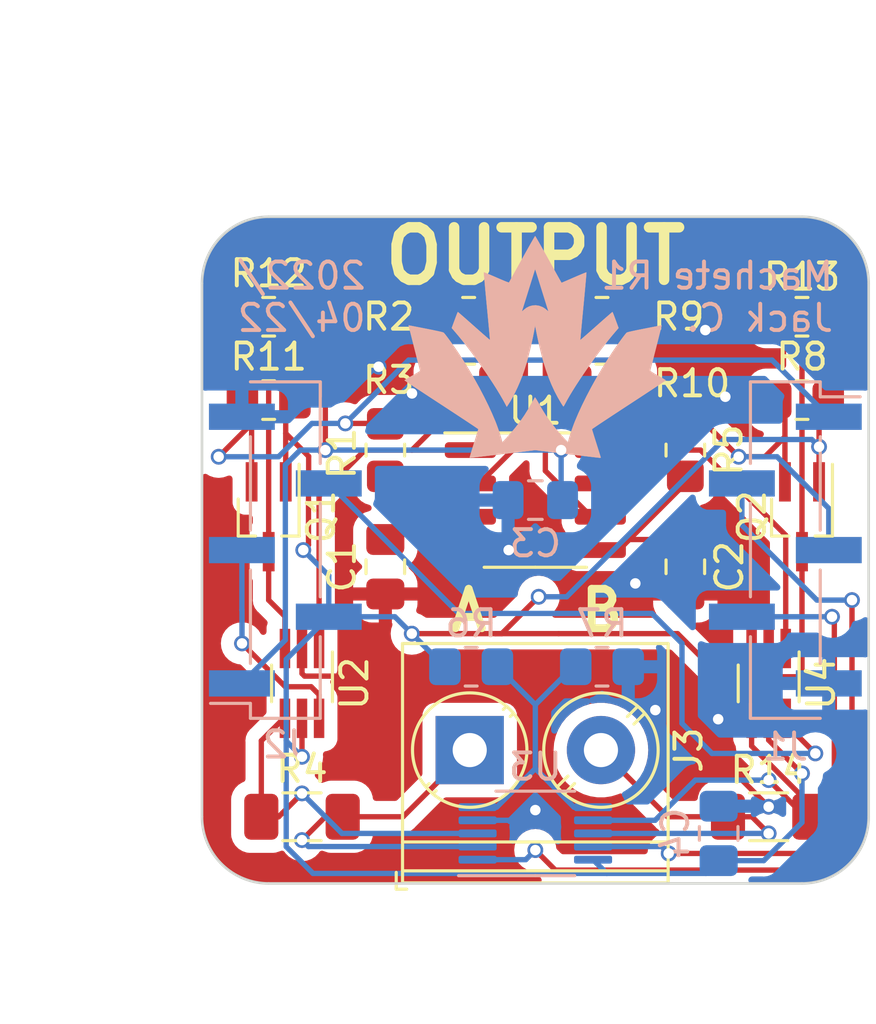
<source format=kicad_pcb>
(kicad_pcb (version 20221018) (generator pcbnew)
  (layers (0 "F.Cu" signal) (31 "B.Cu" signal) (34 "B.Paste" user) (35 "F.Paste" user) (36 "B.SilkS" user "B.Silkscreen") (37 "F.SilkS" user "F.Silkscreen") (38 "B.Mask" user) (39 "F.Mask" user) (44 "Edge.Cuts" user))
  (net 0 "")
  (net 1 "/A~{D}1")
  (net 2 "GND")
  (net 3 "/A~{D}2")
  (net 4 "/V1")
  (net 5 "/I1")
  (net 6 "/V2")
  (net 7 "/I2")
  (net 8 "+5V")
  (net 9 "+3V3")
  (net 10 "/OUT1D")
  (net 11 "/OUT2D")
  (net 12 "/OUT1")
  (net 13 "/OUT2")
  (net 14 "Net-(U1A--)")
  (net 15 "/I1+")
  (net 16 "/REF")
  (net 17 "Net-(U1B--)")
  (net 18 "/I2+")
  (net 19 "Net-(U1A-+)")
  (net 20 "Net-(U1B-+)")
  (net 21 "/OUT1A")
  (net 22 "/OUT2A")
  (footprint "Package_TO_SOT_SMD:SOT-363_SC-70-6_Handsoldering" (layer "F.Cu") (at 106.045 100.33 -90)
    (fp_text reference "U2" (at 0 -2 90) (layer "F.SilkS"))
    (fp_text value "SN74LVC1G3157")
    (pad "1" smd rect (at -1.33 -0.65 270) (size 1.5 0.4) (layers "F.Cu" "F.Paste" "F.Mask") (net 21 "/OUT1A"))
    (pad "2" smd rect (at -1.33 0 270) (size 1.5 0.4) (layers "F.Cu" "F.Paste" "F.Mask") (net 2 "GND"))
    (pad "3" smd rect (at -1.33 0.65 270) (size 1.5 0.4) (layers "F.Cu" "F.Paste" "F.Mask") (net 10 "/OUT1D"))
    (pad "4" smd rect (at 1.33 0.65 270) (size 1.5 0.4) (layers "F.Cu" "F.Paste" "F.Mask") (net 15 "/I1+"))
    (pad "5" smd rect (at 1.33 0 270) (size 1.5 0.4) (layers "F.Cu" "F.Paste" "F.Mask") (net 9 "+3V3"))
    (pad "6" smd rect (at 1.33 -0.65 270) (size 1.5 0.4) (layers "F.Cu" "F.Paste" "F.Mask") (net 1 "/A~{D}1"))
  )
  (footprint "Resistor_SMD:R_0805_2012Metric_Pad1.20x1.40mm_HandSolder" (layer "F.Cu") (at 112.395 88.9 180)
    (fp_text reference "R3" (at 3.048 0.127) (layer "F.SilkS"))
    (fp_text value "16.9k")
    (pad "1" smd roundrect (at -1 0 180) (size 1.2 1.4) (layers "F.Cu" "F.Paste" "F.Mask") (roundrect_rratio 0.208333) (net 14 "Net-(U1A--)"))
    (pad "2" smd roundrect (at 1 0 180) (size 1.2 1.4) (layers "F.Cu" "F.Paste" "F.Mask") (roundrect_rratio 0.208333) (net 21 "/OUT1A"))
  )
  (footprint "Package_TO_SOT_SMD:SOT-323_SC-70_Handsoldering" (layer "F.Cu") (at 125.095 93.98 -90)
    (fp_text reference "Q2" (at 0 1.905 90) (layer "F.SilkS"))
    (fp_text value "BSS138")
    (pad "1" smd rect (at -1.33 -0.65 180) (size 0.45 1.5) (layers "F.Cu" "F.Paste" "F.Mask") (net 9 "+3V3"))
    (pad "2" smd rect (at -1.33 0.65 180) (size 0.45 1.5) (layers "F.Cu" "F.Paste" "F.Mask") (net 6 "/V2"))
    (pad "3" smd rect (at 1.33 0 180) (size 0.45 1.5) (layers "F.Cu" "F.Paste" "F.Mask") (net 11 "/OUT2D"))
  )
  (footprint "Resistor_SMD:R_0805_2012Metric_Pad1.20x1.40mm_HandSolder" (layer "F.Cu") (at 104.775 89.535)
    (fp_text reference "R11" (at 0 -1.65) (layer "F.SilkS"))
    (fp_text value "10k")
    (pad "1" smd roundrect (at -1 0) (size 1.2 1.4) (layers "F.Cu" "F.Paste" "F.Mask") (roundrect_rratio 0.208333) (net 4 "/V1"))
    (pad "2" smd roundrect (at 1 0) (size 1.2 1.4) (layers "F.Cu" "F.Paste" "F.Mask") (roundrect_rratio 0.208333) (net 9 "+3V3"))
  )
  (footprint "Resistor_SMD:R_0805_2012Metric_Pad1.20x1.40mm_HandSolder" (layer "F.Cu") (at 109.22 91.44 -90)
    (fp_text reference "R1" (at 0.127 1.651 90) (layer "F.SilkS"))
    (fp_text value "5k")
    (pad "1" smd roundrect (at -1 0 270) (size 1.2 1.4) (layers "F.Cu" "F.Paste" "F.Mask") (roundrect_rratio 0.208333) (net 4 "/V1"))
    (pad "2" smd roundrect (at 1 0 270) (size 1.2 1.4) (layers "F.Cu" "F.Paste" "F.Mask") (roundrect_rratio 0.208333) (net 19 "Net-(U1A-+)"))
  )
  (footprint "Resistor_SMD:R_0805_2012Metric_Pad1.20x1.40mm_HandSolder" (layer "F.Cu") (at 117.475 88.9)
    (fp_text reference "R10" (at 3.429 0) (layer "F.SilkS"))
    (fp_text value "16.9k")
    (pad "1" smd roundrect (at -1 0) (size 1.2 1.4) (layers "F.Cu" "F.Paste" "F.Mask") (roundrect_rratio 0.208333) (net 17 "Net-(U1B--)"))
    (pad "2" smd roundrect (at 1 0) (size 1.2 1.4) (layers "F.Cu" "F.Paste" "F.Mask") (roundrect_rratio 0.208333) (net 22 "/OUT2A"))
  )
  (footprint "Package_SO:SOIC-8_3.9x4.9mm_P1.27mm" (layer "F.Cu") (at 114.935 93.345)
    (fp_text reference "U1" (at 0 -3.4) (layer "F.SilkS"))
    (fp_text value "OPA2990")
    (pad "1" smd roundrect (at -2.475 -1.905) (size 1.95 0.6) (layers "F.Cu" "F.Paste" "F.Mask") (net 21 "/OUT1A"))
    (pad "2" smd roundrect (at -2.475 -0.635) (size 1.95 0.6) (layers "F.Cu" "F.Paste" "F.Mask") (net 14 "Net-(U1A--)"))
    (pad "3" smd roundrect (at -2.475 0.635) (size 1.95 0.6) (layers "F.Cu" "F.Paste" "F.Mask") (net 19 "Net-(U1A-+)"))
    (pad "4" smd roundrect (at -2.475 1.905) (size 1.95 0.6) (layers "F.Cu" "F.Paste" "F.Mask") (net 2 "GND"))
    (pad "5" smd roundrect (at 2.475 1.905) (size 1.95 0.6) (layers "F.Cu" "F.Paste" "F.Mask") (net 20 "Net-(U1B-+)"))
    (pad "6" smd roundrect (at 2.475 0.635) (size 1.95 0.6) (layers "F.Cu" "F.Paste" "F.Mask") (net 17 "Net-(U1B--)"))
    (pad "7" smd roundrect (at 2.475 -0.635) (size 1.95 0.6) (layers "F.Cu" "F.Paste" "F.Mask") (net 22 "/OUT2A"))
    (pad "8" smd roundrect (at 2.475 -1.905) (size 1.95 0.6) (layers "F.Cu" "F.Paste" "F.Mask") (net 8 "+5V"))
  )
  (footprint "Package_TO_SOT_SMD:SOT-363_SC-70-6_Handsoldering" (layer "F.Cu") (at 123.825 100.33 -90)
    (fp_text reference "U4" (at 0 -2 90) (layer "F.SilkS"))
    (fp_text value "SN74LVC1G3157")
    (pad "1" smd rect (at -1.33 -0.65 270) (size 1.5 0.4) (layers "F.Cu" "F.Paste" "F.Mask") (net 22 "/OUT2A"))
    (pad "2" smd rect (at -1.33 0 270) (size 1.5 0.4) (layers "F.Cu" "F.Paste" "F.Mask") (net 2 "GND"))
    (pad "3" smd rect (at -1.33 0.65 270) (size 1.5 0.4) (layers "F.Cu" "F.Paste" "F.Mask") (net 11 "/OUT2D"))
    (pad "4" smd rect (at 1.33 0.65 270) (size 1.5 0.4) (layers "F.Cu" "F.Paste" "F.Mask") (net 18 "/I2+"))
    (pad "5" smd rect (at 1.33 0 270) (size 1.5 0.4) (layers "F.Cu" "F.Paste" "F.Mask") (net 9 "+3V3"))
    (pad "6" smd rect (at 1.33 -0.65 270) (size 1.5 0.4) (layers "F.Cu" "F.Paste" "F.Mask") (net 3 "/A~{D}2"))
  )
  (footprint "Resistor_SMD:R_0805_2012Metric_Pad1.20x1.40mm_HandSolder" (layer "F.Cu") (at 112.395 86.36)
    (fp_text reference "R2" (at -3.048 0) (layer "F.SilkS"))
    (fp_text value "32.4k")
    (pad "1" smd roundrect (at -1 0) (size 1.2 1.4) (layers "F.Cu" "F.Paste" "F.Mask") (roundrect_rratio 0.208333) (net 2 "GND"))
    (pad "2" smd roundrect (at 1 0) (size 1.2 1.4) (layers "F.Cu" "F.Paste" "F.Mask") (roundrect_rratio 0.208333) (net 14 "Net-(U1A--)"))
  )
  (footprint "Package_TO_SOT_SMD:SOT-323_SC-70_Handsoldering" (layer "F.Cu") (at 104.775 93.98 -90)
    (fp_text reference "Q1" (at 0 -2 90) (layer "F.SilkS"))
    (fp_text value "BSS138")
    (pad "1" smd rect (at -1.33 -0.65 180) (size 0.45 1.5) (layers "F.Cu" "F.Paste" "F.Mask") (net 9 "+3V3"))
    (pad "2" smd rect (at -1.33 0.65 180) (size 0.45 1.5) (layers "F.Cu" "F.Paste" "F.Mask") (net 4 "/V1"))
    (pad "3" smd rect (at 1.33 0 180) (size 0.45 1.5) (layers "F.Cu" "F.Paste" "F.Mask") (net 10 "/OUT1D"))
  )
  (footprint "Resistor_SMD:R_0805_2012Metric_Pad1.20x1.40mm_HandSolder" (layer "F.Cu") (at 120.65 91.44 -90)
    (fp_text reference "R5" (at 0 -1.65 90) (layer "F.SilkS"))
    (fp_text value "5k")
    (pad "1" smd roundrect (at -1 0 270) (size 1.2 1.4) (layers "F.Cu" "F.Paste" "F.Mask") (roundrect_rratio 0.208333) (net 6 "/V2"))
    (pad "2" smd roundrect (at 1 0 270) (size 1.2 1.4) (layers "F.Cu" "F.Paste" "F.Mask") (roundrect_rratio 0.208333) (net 20 "Net-(U1B-+)"))
  )
  (footprint "Capacitor_SMD:C_0805_2012Metric_Pad1.18x1.45mm_HandSolder" (layer "F.Cu") (at 120.65 95.885 -90)
    (fp_text reference "C2" (at 0 -1.68 90) (layer "F.SilkS"))
    (fp_text value "330n")
    (pad "1" smd roundrect (at -1.0375 0 270) (size 1.175 1.45) (layers "F.Cu" "F.Paste" "F.Mask") (roundrect_rratio 0.212766) (net 20 "Net-(U1B-+)"))
    (pad "2" smd roundrect (at 1.0375 0 270) (size 1.175 1.45) (layers "F.Cu" "F.Paste" "F.Mask") (roundrect_rratio 0.212766) (net 2 "GND"))
  )
  (footprint "Resistor_SMD:R_0805_2012Metric_Pad1.20x1.40mm_HandSolder" (layer "F.Cu") (at 104.775 86.36)
    (fp_text reference "R12" (at 0 -1.65) (layer "F.SilkS"))
    (fp_text value "10k")
    (pad "1" smd roundrect (at -1 0) (size 1.2 1.4) (layers "F.Cu" "F.Paste" "F.Mask") (roundrect_rratio 0.208333) (net 10 "/OUT1D"))
    (pad "2" smd roundrect (at 1 0) (size 1.2 1.4) (layers "F.Cu" "F.Paste" "F.Mask") (roundrect_rratio 0.208333) (net 8 "+5V"))
  )
  (footprint "Resistor_SMD:R_0805_2012Metric_Pad1.20x1.40mm_HandSolder" (layer "F.Cu") (at 125.095 86.36 180)
    (fp_text reference "R13" (at 0 1.524) (layer "F.SilkS"))
    (fp_text value "10k")
    (pad "1" smd roundrect (at -1 0 180) (size 1.2 1.4) (layers "F.Cu" "F.Paste" "F.Mask") (roundrect_rratio 0.208333) (net 11 "/OUT2D"))
    (pad "2" smd roundrect (at 1 0 180) (size 1.2 1.4) (layers "F.Cu" "F.Paste" "F.Mask") (roundrect_rratio 0.208333) (net 8 "+5V"))
  )
  (footprint "Resistor_SMD:R_0805_2012Metric_Pad1.20x1.40mm_HandSolder" (layer "F.Cu") (at 125.095 89.535)
    (fp_text reference "R8" (at 0 -1.65) (layer "F.SilkS"))
    (fp_text value "10k")
    (pad "1" smd roundrect (at -1 0) (size 1.2 1.4) (layers "F.Cu" "F.Paste" "F.Mask") (roundrect_rratio 0.208333) (net 6 "/V2"))
    (pad "2" smd roundrect (at 1 0) (size 1.2 1.4) (layers "F.Cu" "F.Paste" "F.Mask") (roundrect_rratio 0.208333) (net 9 "+3V3"))
  )
  (footprint "Resistor_SMD:R_0805_2012Metric_Pad1.20x1.40mm_HandSolder" (layer "F.Cu") (at 117.475 86.36 180)
    (fp_text reference "R9" (at -2.921 0) (layer "F.SilkS"))
    (fp_text value "32.4k")
    (pad "1" smd roundrect (at -1 0 180) (size 1.2 1.4) (layers "F.Cu" "F.Paste" "F.Mask") (roundrect_rratio 0.208333) (net 2 "GND"))
    (pad "2" smd roundrect (at 1 0 180) (size 1.2 1.4) (layers "F.Cu" "F.Paste" "F.Mask") (roundrect_rratio 0.208333) (net 17 "Net-(U1B--)"))
  )
  (footprint "Capacitor_SMD:C_0805_2012Metric_Pad1.18x1.45mm_HandSolder" (layer "F.Cu") (at 109.22 95.885 -90)
    (fp_text reference "C1" (at 0 1.651 90) (layer "F.SilkS"))
    (fp_text value "330n")
    (pad "1" smd roundrect (at -1.0375 0 270) (size 1.175 1.45) (layers "F.Cu" "F.Paste" "F.Mask") (roundrect_rratio 0.212766) (net 19 "Net-(U1A-+)"))
    (pad "2" smd roundrect (at 1.0375 0 270) (size 1.175 1.45) (layers "F.Cu" "F.Paste" "F.Mask") (roundrect_rratio 0.212766) (net 2 "GND"))
  )
  (footprint "Resistor_SMD:R_1206_3216Metric_Pad1.30x1.75mm_HandSolder" (layer "F.Cu") (at 106.045 105.41)
    (fp_text reference "R4" (at 0 -1.82) (layer "F.SilkS"))
    (fp_text value "20mR")
    (pad "1" smd roundrect (at -1.55 0) (size 1.3 1.75) (layers "F.Cu" "F.Paste" "F.Mask") (roundrect_rratio 0.192308) (net 15 "/I1+"))
    (pad "2" smd roundrect (at 1.55 0) (size 1.3 1.75) (layers "F.Cu" "F.Paste" "F.Mask") (roundrect_rratio 0.192308) (net 12 "/OUT1"))
  )
  (footprint "Resistor_SMD:R_1206_3216Metric_Pad1.30x1.75mm_HandSolder" (layer "F.Cu") (at 123.825 105.41 180)
    (fp_text reference "R14" (at 0 1.778) (layer "F.SilkS"))
    (fp_text value "20mR")
    (pad "1" smd roundrect (at -1.55 0 180) (size 1.3 1.75) (layers "F.Cu" "F.Paste" "F.Mask") (roundrect_rratio 0.192308) (net 18 "/I2+"))
    (pad "2" smd roundrect (at 1.55 0 180) (size 1.3 1.75) (layers "F.Cu" "F.Paste" "F.Mask") (roundrect_rratio 0.192308) (net 13 "/OUT2"))
  )
  (footprint "TerminalBlock_Phoenix:TerminalBlock_Phoenix_PT-1,5-2-5.0-H_1x02_P5.00mm_Horizontal" (layer "F.Cu") (at 112.435 102.87)
    (fp_text reference "J3" (at 8.342 0 90) (layer "F.SilkS"))
    (fp_text value "Output")
    (pad "1" thru_hole rect (at 0 0) (size 2.6 2.6) (drill 1.3) (layers "*.Cu" "*.Mask") (net 12 "/OUT1"))
    (pad "2" thru_hole circle (at 5 0) (size 2.6 2.6) (drill 1.3) (layers "*.Cu" "*.Mask") (net 13 "/OUT2"))
  )
  (footprint "Capacitor_SMD:C_0805_2012Metric_Pad1.18x1.45mm_HandSolder" (layer "B.Cu") (at 121.92 106.045 90)
    (fp_text reference "C4" (at 0 -1.651 90) (layer "B.SilkS") (effects (justify mirror)))
    (fp_text value "100n")
    (pad "1" smd roundrect (at -1.0375 0 90) (size 1.175 1.45) (layers "B.Cu" "B.Paste" "B.Mask") (roundrect_rratio 0.212766) (net 9 "+3V3"))
    (pad "2" smd roundrect (at 1.0375 0 90) (size 1.175 1.45) (layers "B.Cu" "B.Paste" "B.Mask") (roundrect_rratio 0.212766) (net 2 "GND"))
  )
  (footprint "Resistor_SMD:R_0805_2012Metric_Pad1.20x1.40mm_HandSolder" (layer "B.Cu") (at 112.49 99.695 180)
    (fp_text reference "R6" (at 0 1.65) (layer "B.SilkS") (effects (justify mirror)))
    (fp_text value "10k 1%")
    (pad "1" smd roundrect (at -1 0 180) (size 1.2 1.4) (layers "B.Cu" "B.Paste" "B.Mask") (roundrect_rratio 0.208333) (net 16 "/REF"))
    (pad "2" smd roundrect (at 1 0 180) (size 1.2 1.4) (layers "B.Cu" "B.Paste" "B.Mask") (roundrect_rratio 0.208333) (net 9 "+3V3"))
  )
  (footprint "Resistor_SMD:R_0805_2012Metric_Pad1.20x1.40mm_HandSolder" (layer "B.Cu") (at 117.475 99.695)
    (fp_text reference "R7" (at 0 -1.651) (layer "B.SilkS") (effects (justify mirror)))
    (fp_text value "10k 1%")
    (pad "1" smd roundrect (at -1 0) (size 1.2 1.4) (layers "B.Cu" "B.Paste" "B.Mask") (roundrect_rratio 0.208333) (net 16 "/REF"))
    (pad "2" smd roundrect (at 1 0) (size 1.2 1.4) (layers "B.Cu" "B.Paste" "B.Mask") (roundrect_rratio 0.208333) (net 2 "GND"))
  )
  (footprint "Connector_PinHeader_2.54mm:PinHeader_1x05_P2.54mm_Vertical_SMD_Pin1Left" (layer "B.Cu") (at 124.46 95.25 180)
    (fp_text reference "J1" (at 0 -7.493) (layer "B.SilkS") (effects (justify mirror)))
    (fp_text value "PPS IO")
    (pad "1" smd rect (at -1.655 5.08 180) (size 2.51 1) (layers "B.Cu" "B.Paste" "B.Mask") (net 4 "/V1"))
    (pad "2" smd rect (at 1.655 2.54 180) (size 2.51 1) (layers "B.Cu" "B.Paste" "B.Mask") (net 5 "/I1"))
    (pad "3" smd rect (at -1.655 0 180) (size 2.51 1) (layers "B.Cu" "B.Paste" "B.Mask") (net 6 "/V2"))
    (pad "4" smd rect (at 1.655 -2.54 180) (size 2.51 1) (layers "B.Cu" "B.Paste" "B.Mask") (net 7 "/I2"))
    (pad "5" smd rect (at -1.655 -5.08 180) (size 2.51 1) (layers "B.Cu" "B.Paste" "B.Mask") (net 2 "GND"))
  )
  (footprint "Package_SO:VSSOP-10_3x3mm_P0.5mm" (layer "B.Cu") (at 114.935 106.045)
    (fp_text reference "U3" (at 0 -2.54) (layer "B.SilkS") (effects (justify mirror)))
    (fp_text value "INA2181")
    (pad "1" smd roundrect (at -2.2 1) (size 1.45 0.3) (layers "B.Cu" "B.Paste" "B.Mask") (net 5 "/I1"))
    (pad "2" smd roundrect (at -2.2 0.5) (size 1.45 0.3) (layers "B.Cu" "B.Paste" "B.Mask") (net 12 "/OUT1"))
    (pad "3" smd roundrect (at -2.2 0) (size 1.45 0.3) (layers "B.Cu" "B.Paste" "B.Mask") (net 15 "/I1+"))
    (pad "4" smd roundrect (at -2.2 -0.5) (size 1.45 0.3) (layers "B.Cu" "B.Paste" "B.Mask") (net 2 "GND"))
    (pad "5" smd roundrect (at -2.2 -1) (size 1.45 0.3) (layers "B.Cu" "B.Paste" "B.Mask") (net 16 "/REF"))
    (pad "6" smd roundrect (at 2.2 -1) (size 1.45 0.3) (layers "B.Cu" "B.Paste" "B.Mask") (net 16 "/REF"))
    (pad "7" smd roundrect (at 2.2 -0.5) (size 1.45 0.3) (layers "B.Cu" "B.Paste" "B.Mask") (net 18 "/I2+"))
    (pad "8" smd roundrect (at 2.2 0) (size 1.45 0.3) (layers "B.Cu" "B.Paste" "B.Mask") (net 13 "/OUT2"))
    (pad "9" smd roundrect (at 2.2 0.5) (size 1.45 0.3) (layers "B.Cu" "B.Paste" "B.Mask") (net 7 "/I2"))
    (pad "10" smd roundrect (at 2.2 1) (size 1.45 0.3) (layers "B.Cu" "B.Paste" "B.Mask") (net 9 "+3V3"))
  )
  (footprint "Capacitor_SMD:C_0805_2012Metric_Pad1.18x1.45mm_HandSolder" (layer "B.Cu") (at 114.935 93.345 180)
    (fp_text reference "C3" (at 0 -1.651) (layer "B.SilkS") (effects (justify mirror)))
    (fp_text value "100n")
    (pad "1" smd roundrect (at -1.0375 0 180) (size 1.175 1.45) (layers "B.Cu" "B.Paste" "B.Mask") (roundrect_rratio 0.212766) (net 8 "+5V"))
    (pad "2" smd roundrect (at 1.0375 0 180) (size 1.175 1.45) (layers "B.Cu" "B.Paste" "B.Mask") (roundrect_rratio 0.212766) (net 2 "GND"))
  )
  (footprint "Team_Logo:Logo_SilkScreen_10mm" (layer "B.Cu") (at 114.935 87.503 180)
    (fp_text reference "G***" hide)
    (fp_text value "LOGO" hide)
  )
  (footprint "Connector_PinHeader_2.54mm:PinHeader_1x05_P2.54mm_Vertical_SMD_Pin1Left" (layer "B.Cu") (at 105.41 95.25)
    (fp_text reference "J2" (at 0 7.41) (layer "B.SilkS") (effects (justify mirror)))
    (fp_text value "Power Input")
    (pad "1" smd rect (at -1.655 5.08) (size 2.51 1) (layers "B.Cu" "B.Paste" "B.Mask") (net 8 "+5V"))
    (pad "2" smd rect (at 1.655 2.54) (size 2.51 1) (layers "B.Cu" "B.Paste" "B.Mask") (net 9 "+3V3"))
    (pad "3" smd rect (at -1.655 0) (size 2.51 1) (layers "B.Cu" "B.Paste" "B.Mask") (net 1 "/A~{D}1"))
    (pad "4" smd rect (at 1.655 -2.54) (size 2.51 1) (layers "B.Cu" "B.Paste" "B.Mask") (net 3 "/A~{D}2"))
    (pad "5" smd rect (at -1.655 -5.08) (size 2.51 1) (layers "B.Cu" "B.Paste" "B.Mask") (net 2 "GND"))
  )
  (gr_arc (start 102.235 85.09) (mid 102.978949 83.293949) (end 104.775 82.55) (stroke (width 0.1)) (layer "Edge.Cuts"))
  (gr_line (start 127.635 105.41) (end 127.635 85.09) (stroke (width 0.1)) (layer "Edge.Cuts"))
  (gr_arc (start 125.095 82.55) (mid 126.891051 83.293949) (end 127.635 85.09) (stroke (width 0.1)) (layer "Edge.Cuts"))
  (gr_line (start 104.775 107.95) (end 125.095 107.95) (stroke (width 0.1)) (layer "Edge.Cuts"))
  (gr_line (start 125.095 82.55) (end 104.775 82.55) (stroke (width 0.1)) (layer "Edge.Cuts"))
  (gr_arc (start 127.635 105.41) (mid 126.891051 107.206051) (end 125.095 107.95) (stroke (width 0.1)) (layer "Edge.Cuts"))
  (gr_arc (start 104.775 107.95) (mid 102.978949 107.206051) (end 102.235 105.41) (stroke (width 0.1)) (layer "Edge.Cuts"))
  (gr_line (start 102.235 85.09) (end 102.235 105.41) (stroke (width 0.1)) (layer "Edge.Cuts"))
  (gr_text "2022/\n04/22" (at 103.505 86.995) (layer "B.SilkS") (effects (font (size 1 1)) (justify right bottom mirror)))
  (gr_text "Machete R1\nJack C." (at 126.365 86.995) (layer "B.SilkS") (effects (font (size 1 1)) (justify left bottom mirror)))
  (gr_text "A" (at 112.395 98.425) (layer "F.SilkS") (effects (font (size 1.5 1.5) (thickness 0.3) bold) (justify bottom)))
  (gr_text "B" (at 117.475 98.425) (layer "F.SilkS") (effects (font (size 1.5 1.5) (thickness 0.3) bold) (justify bottom)))
  (gr_text "OUTPUT" (at 114.935 85.217) (layer "F.SilkS") (effects (font (size 2 2) (thickness 0.4)) (justify bottom)))
  (segment (start 105.41 100.457) (end 106.3952 100.457) (width 0.2032) (layer "F.Cu") (net 1))
  (segment (start 103.759 98.806) (end 105.41 100.457) (width 0.2032) (layer "F.Cu") (net 1))
  (segment (start 106.3952 100.457) (end 106.695 100.7568) (width 0.2032) (layer "F.Cu") (net 1))
  (segment (start 106.695 100.7568) (end 106.695 101.66) (width 0.2032) (layer "F.Cu") (net 1))
  (via (at 103.759 98.806) (size 0.6) (drill 0.4) (layers "F.Cu" "B.Cu") (net 1))
  (segment (start 103.755 97.532) (end 103.755 95.25) (width 0.2032) (layer "B.Cu") (net 1))
  (segment (start 103.759 98.806) (end 103.759 97.536) (width 0.2032) (layer "B.Cu") (net 1))
  (segment (start 103.759 97.536) (end 103.755 97.532) (width 0.2032) (layer "B.Cu") (net 1))
  (segment (start 112.46 95.25) (end 113.919 95.25) (width 0.2032) (layer "F.Cu") (net 2))
  (segment (start 123.825 97.536) (end 123.698 97.409) (width 0.2032) (layer "F.Cu") (net 2))
  (segment (start 123.825 99) (end 123.825 97.536) (width 0.2032) (layer "F.Cu") (net 2))
  (segment (start 123.825 105.029) (end 122.301 103.505) (width 0.2032) (layer "F.Cu") (net 2))
  (segment (start 106.045 99.9532) (end 106.1434 100.0516) (width 0.2032) (layer "F.Cu") (net 2))
  (segment (start 108.966 88.154) (end 108.966 88.265) (width 0.2032) (layer "F.Cu") (net 2))
  (segment (start 106.1434 100.0516) (end 107.7986 100.0516) (width 0.2032) (layer "F.Cu") (net 2))
  (segment (start 106.045 99) (end 106.045 99.9532) (width 0.2032) (layer "F.Cu") (net 2))
  (via (at 121.901212 101.6931) (size 0.6) (drill 0.4) (layers "F.Cu" "B.Cu") (net 2))
  (via (at 121.412 86.868) (size 0.6) (drill 0.4) (layers "F.Cu" "B.Cu") (net 2))
  (via (at 119.507 101.346) (size 0.6) (drill 0.4) (layers "F.Cu" "B.Cu") (net 2))
  (via (at 123.825 105.029) (size 0.6) (drill 0.4) (layers "F.Cu" "B.Cu") (net 2))
  (via (at 108.966 88.265) (size 0.6) (drill 0.4) (layers "F.Cu" "B.Cu") (net 2))
  (via (at 114.935 105.156) (size 0.6) (drill 0.4) (layers "F.Cu" "B.Cu") (net 2))
  (via (at 113.919 95.25) (size 0.6) (drill 0.4) (layers "F.Cu" "B.Cu") (net 2))
  (via (at 122.174 89.408) (size 0.6) (drill 0.4) (layers "F.Cu" "B.Cu") (net 2))
  (via (at 110.236 89.281) (size 0.6) (drill 0.4) (layers "F.Cu" "B.Cu") (net 2))
  (via (at 118.745 96.52) (size 0.6) (drill 0.4) (layers "F.Cu" "B.Cu") (net 2))
  (segment (start 113.919 95.25) (end 113.919 93.3665) (width 0.2032) (layer "B.Cu") (net 2))
  (segment (start 121.92 105.0075) (end 123.8035 105.0075) (width 0.2032) (layer "B.Cu") (net 2))
  (segment (start 112.735 105.545) (end 114.546 105.545) (width 0.2032) (layer "B.Cu") (net 2))
  (segment (start 123.8035 105.0075) (end 123.825 105.029) (width 0.2032) (layer "B.Cu") (net 2))
  (segment (start 113.919 93.3665) (end 113.8975 93.345) (width 0.2032) (layer "B.Cu") (net 2))
  (segment (start 114.546 105.545) (end 114.935 105.156) (width 0.2032) (layer "B.Cu") (net 2))
  (segment (start 125.603 102.997) (end 124.475 101.869) (width 0.2032) (layer "F.Cu") (net 3))
  (segment (start 124.475 101.869) (end 124.475 101.66) (width 0.2032) (layer "F.Cu") (net 3))
  (via (at 125.603 102.997) (size 0.6) (drill 0.4) (layers "F.Cu" "B.Cu") (net 3))
  (segment (start 121.666 102.997) (end 120.523 101.854) (width 0.2032) (layer "B.Cu") (net 3))
  (segment (start 119.38 97.663) (end 112.018 97.663) (width 0.2032) (layer "B.Cu") (net 3))
  (segment (start 120.523 101.854) (end 120.523 98.806) (width 0.2032) (layer "B.Cu") (net 3))
  (segment (start 112.018 97.663) (end 107.065 92.71) (width 0.2032) (layer "B.Cu") (net 3))
  (segment (start 125.603 102.997) (end 121.666 102.997) (width 0.2032) (layer "B.Cu") (net 3))
  (segment (start 120.523 98.806) (end 119.38 97.663) (width 0.2032) (layer "B.Cu") (net 3))
  (segment (start 109.204 90.424) (end 109.22 90.44) (width 0.2032) (layer "F.Cu") (net 4))
  (segment (start 107.696 90.424) (end 109.204 90.424) (width 0.2032) (layer "F.Cu") (net 4))
  (segment (start 104.125 92.65) (end 104.125 90.424) (width 0.2032) (layer "F.Cu") (net 4))
  (segment (start 104.125 90.424) (end 104.125 89.885) (width 0.2032) (layer "F.Cu") (net 4))
  (segment (start 102.87 91.694) (end 104.125 90.439) (width 0.2032) (layer "F.Cu") (net 4))
  (segment (start 104.125 90.439) (end 104.125 90.424) (width 0.2032) (layer "F.Cu") (net 4))
  (segment (start 104.125 89.885) (end 103.775 89.535) (width 0.2032) (layer "F.Cu") (net 4))
  (via (at 107.696 90.424) (size 0.6) (drill 0.4) (layers "F.Cu" "B.Cu") (net 4))
  (via (at 102.87 91.694) (size 0.6) (drill 0.4) (layers "F.Cu" "B.Cu") (net 4))
  (segment (start 123.956 88.011) (end 126.115 90.17) (width 0.2032) (layer "B.Cu") (net 4))
  (segment (start 105.15259 91.694) (end 102.87 91.694) (width 0.2032) (layer "B.Cu") (net 4))
  (segment (start 110.109 88.011) (end 123.956 88.011) (width 0.2032) (layer "B.Cu") (net 4))
  (segment (start 106.42259 90.424) (end 105.15259 91.694) (width 0.2032) (layer "B.Cu") (net 4))
  (segment (start 107.696 90.424) (end 110.109 88.011) (width 0.2032) (layer "B.Cu") (net 4))
  (segment (start 107.696 90.424) (end 106.42259 90.424) (width 0.2032) (layer "B.Cu") (net 4))
  (segment (start 127 106.299) (end 125.857 107.442) (width 0.2032) (layer "F.Cu") (net 5))
  (segment (start 115.697 107.442) (end 114.935 106.68) (width 0.2032) (layer "F.Cu") (net 5))
  (segment (start 127 97.155) (end 127 106.299) (width 0.2032) (layer "F.Cu") (net 5))
  (segment (start 125.857 107.442) (end 115.697 107.442) (width 0.2032) (layer "F.Cu") (net 5))
  (via (at 127 97.155) (size 0.6) (drill 0.4) (layers "F.Cu" "B.Cu") (net 5))
  (via (at 114.935 106.68) (size 0.6) (drill 0.4) (layers "F.Cu" "B.Cu") (net 5))
  (segment (start 114.935 106.68) (end 114.57 107.045) (width 0.2032) (layer "B.Cu") (net 5))
  (segment (start 114.57 107.045) (end 112.735 107.045) (width 0.2032) (layer "B.Cu") (net 5))
  (segment (start 125.6618 97.155) (end 122.805 94.2982) (width 0.2032) (layer "B.Cu") (net 5))
  (segment (start 122.805 94.2982) (end 122.805 92.71) (width 0.2032) (layer "B.Cu") (net 5))
  (segment (start 127 97.155) (end 125.6618 97.155) (width 0.2032) (layer "B.Cu") (net 5))
  (segment (start 122.682 91.694) (end 121.428 90.44) (width 0.2032) (layer "F.Cu") (net 6))
  (segment (start 121.428 90.44) (end 120.65 90.44) (width 0.2032) (layer "F.Cu") (net 6))
  (segment (start 124.445 92.65) (end 124.445 90.932) (width 0.2032) (layer "F.Cu") (net 6))
  (segment (start 124.445 89.885) (end 124.095 89.535) (width 0.2032) (layer "F.Cu") (net 6))
  (segment (start 124.445 90.932) (end 124.445 89.885) (width 0.2032) (layer "F.Cu") (net 6))
  (segment (start 123.683 91.694) (end 124.445 90.932) (width 0.2032) (layer "F.Cu") (net 6))
  (segment (start 122.682 91.694) (end 123.683 91.694) (width 0.2032) (layer "F.Cu") (net 6))
  (via (at 122.682 91.694) (size 0.6) (drill 0.4) (layers "F.Cu" "B.Cu") (net 6))
  (segment (start 122.682 91.694) (end 124.1472 91.694) (width 0.2032) (layer "B.Cu") (net 6))
  (segment (start 126.115 93.6618) (end 126.115 95.25) (width 0.2032) (layer "B.Cu") (net 6))
  (segment (start 124.1472 91.694) (end 126.115 93.6618) (width 0.2032) (layer "B.Cu") (net 6))
  (segment (start 126.3266 97.8786) (end 126.3266 106.26348) (width 0.2032) (layer "F.Cu") (net 7))
  (segment (start 125.78308 106.807) (end 120.015 106.807) (width 0.2032) (layer "F.Cu") (net 7))
  (segment (start 126.3266 106.26348) (end 125.78308 106.807) (width 0.2032) (layer "F.Cu") (net 7))
  (segment (start 126.238 97.79) (end 126.3266 97.8786) (width 0.2032) (layer "F.Cu") (net 7))
  (via (at 126.238 97.79) (size 0.6) (drill 0.4) (layers "F.Cu" "B.Cu") (net 7))
  (via (at 120.015 106.807) (size 0.6) (drill 0.4) (layers "F.Cu" "B.Cu") (net 7))
  (segment (start 126.238 97.79) (end 122.805 97.79) (width 0.2032) (layer "B.Cu") (net 7))
  (segment (start 117.135 106.545) (end 119.753 106.545) (width 0.2032) (layer "B.Cu") (net 7))
  (segment (start 119.753 106.545) (end 120.015 106.807) (width 0.2032) (layer "B.Cu") (net 7))
  (segment (start 106.934 87.519) (end 106.934 91.44) (width 0.2032) (layer "F.Cu") (net 8))
  (segment (start 105.775 86.36) (end 106.934 87.519) (width 0.2032) (layer "F.Cu") (net 8))
  (segment (start 111.014 83.439) (end 121.174 83.439) (width 0.2032) (layer "F.Cu") (net 8))
  (segment (start 106.934 87.519) (end 111.014 83.439) (width 0.2032) (layer "F.Cu") (net 8))
  (segment (start 121.174 83.439) (end 124.095 86.36) (width 0.2032) (layer "F.Cu") (net 8))
  (segment (start 117.41 91.44) (end 115.9171 91.44) (width 0.2032) (layer "F.Cu") (net 8))
  (via (at 115.9171 91.44) (size 0.6) (drill 0.4) (layers "F.Cu" "B.Cu") (net 8))
  (via (at 106.934 91.44) (size 0.6) (drill 0.4) (layers "F.Cu" "B.Cu") (net 8))
  (segment (start 115.9171 93.2896) (end 115.9725 93.345) (width 0.2032) (layer "B.Cu") (net 8))
  (segment (start 103.755 100.33) (end 105.41 98.675) (width 0.2032) (layer "B.Cu") (net 8))
  (segment (start 105.9768 91.44) (end 106.934 91.44) (width 0.2032) (layer "B.Cu") (net 8))
  (segment (start 105.41 92.0068) (end 105.9768 91.44) (width 0.2032) (layer "B.Cu") (net 8))
  (segment (start 115.9171 91.44) (end 115.9171 93.2896) (width 0.2032) (layer "B.Cu") (net 8))
  (segment (start 105.41 98.675) (end 105.41 92.0068) (width 0.2032) (layer "B.Cu") (net 8))
  (segment (start 106.934 91.44) (end 115.9171 91.44) (width 0.2032) (layer "B.Cu") (net 8))
  (segment (start 123.825 101.66) (end 123.825 100.8624) (width 0.2032) (layer "F.Cu") (net 9))
  (segment (start 123.825 102.489) (end 125.095 103.759) (width 0.2032) (layer "F.Cu") (net 9))
  (segment (start 125.745 91.313) (end 125.745 92.65) (width 0.2032) (layer "F.Cu") (net 9))
  (segment (start 105.425 92.65) (end 105.425 90.805) (width 0.2032) (layer "F.Cu") (net 9))
  (segment (start 113.411 98.433) (end 110.228 98.433) (width 0.2032) (layer "F.Cu") (net 9))
  (segment (start 115.062 97.028) (end 113.657 98.433) (width 0.2032) (layer "F.Cu") (net 9))
  (segment (start 106.2918 93.021109) (end 106.2918 95.0521) (width 0.2032) (layer "F.Cu") (net 9))
  (segment (start 106.299 93.013909) (end 106.2918 93.021109) (width 0.2032) (layer "F.Cu") (net 9))
  (segment (start 123.825 100.8624) (end 123.571 100.6084) (width 0.2032) (layer "F.Cu") (net 9))
  (segment (start 126.095 89.535) (end 125.745 89.885) (width 0.2032) (layer "F.Cu") (net 9))
  (segment (start 106.045 101.66) (end 106.045 103.124) (width 0.2032) (layer "F.Cu") (net 9))
  (segment (start 106.2918 95.0521) (end 106.0939 95.25) (width 0.2032) (layer "F.Cu") (net 9))
  (segment (start 120.3552 98.433) (end 115.824 98.433) (width 0.2032) (layer "F.Cu") (net 9))
  (segment (start 106.299 91.679) (end 106.299 93.013909) (width 0.2032) (layer "F.Cu") (net 9))
  (segment (start 113.657 98.433) (end 113.411 98.433) (width 0.2032) (layer "F.Cu") (net 9))
  (segment (start 122.5306 100.6084) (end 120.3552 98.433) (width 0.2032) (layer "F.Cu") (net 9))
  (segment (start 123.571 100.6084) (end 122.5306 100.6084) (width 0.2032) (layer "F.Cu") (net 9))
  (segment (start 125.745 89.885) (end 125.745 91.313) (width 0.2032) (layer "F.Cu") (net 9))
  (segment (start 105.425 89.885) (end 105.775 89.535) (width 0.2032) (layer "F.Cu") (net 9))
  (segment (start 123.825 101.66) (end 123.825 102.489) (width 0.2032) (layer "F.Cu") (net 9))
  (segment (start 105.425 90.805) (end 105.425 89.885) (width 0.2032) (layer "F.Cu") (net 9))
  (segment (start 105.425 90.805) (end 106.299 91.679) (width 0.2032) (layer "F.Cu") (net 9))
  (segment (start 115.824 98.433) (end 113.411 98.433) (width 0.2032) (layer "F.Cu") (net 9))
  (via (at 115.062 97.028) (size 0.6) (drill 0.4) (layers "F.Cu" "B.Cu") (net 9))
  (via (at 106.0939 95.25) (size 0.6) (drill 0.4) (layers "F.Cu" "B.Cu") (net 9))
  (via (at 106.045 103.124) (size 0.6) (drill 0.4) (layers "F.Cu" "B.Cu") (net 9))
  (via (at 110.228 98.433) (size 0.6) (drill 0.4) (layers "F.Cu" "B.Cu") (net 9))
  (via (at 125.095 103.759) (size 0.6) (drill 0.4) (layers "F.Cu" "B.Cu") (net 9))
  (via (at 125.745 91.313) (size 0.6) (drill 0.4) (layers "F.Cu" "B.Cu") (net 9))
  (segment (start 107.065 96.2211) (end 107.065 97.79) (width 0.2032) (layer "B.Cu") (net 9))
  (segment (start 107.065 97.79) (end 109.585 97.79) (width 0.2032) (layer "B.Cu") (net 9))
  (segment (start 105.4434 102.489) (end 105.4434 99.4116) (width 0.2032) (layer "B.Cu") (net 9))
  (segment (start 122.174 91.059) (end 122.1962 91.0368) (width 0.2032) (layer "B.Cu") (net 9))
  (segment (start 117.659 107.569) (end 121.4335 107.569) (width 0.2032) (layer "B.Cu") (net 9))
  (segment (start 125.4688 91.0368) (end 125.745 91.313) (width 0.2032) (layer "B.Cu") (net 9))
  (segment (start 106.0939 95.25) (end 107.065 96.2211) (width 0.2032) (layer "B.Cu") (net 9))
  (segment (start 110.228 98.433) (end 111.49 99.695) (width 0.2032) (layer "B.Cu") (net 9))
  (segment (start 105.4434 106.548191) (end 105.4434 102.489) (width 0.2032) (layer "B.Cu") (net 9))
  (segment (start 125.095 103.759) (end 125.095 105.625791) (width 0.2032) (layer "B.Cu") (net 9))
  (segment (start 109.585 97.79) (end 110.228 98.433) (width 0.2032) (layer "B.Cu") (net 9))
  (segment (start 115.062 97.028) (end 116.1288 97.028) (width 0.2032) (layer "B.Cu") (net 9))
  (segment (start 117.135 107.045) (end 117.659 107.569) (width 0.2032) (layer "B.Cu") (net 9))
  (segment (start 105.4434 99.4116) (end 107.065 97.79) (width 0.2032) (layer "B.Cu") (net 9))
  (segment (start 121.4335 107.569) (end 121.92 107.0825) (width 0.2032) (layer "B.Cu") (net 9))
  (segment (start 125.095 105.625791) (end 123.638291 107.0825) (width 0.2032) (layer "B.Cu") (net 9))
  (segment (start 106.464209 107.569) (end 105.4434 106.548191) (width 0.2032) (layer "B.Cu") (net 9))
  (segment (start 117.659 107.569) (end 106.464209 107.569) (width 0.2032) (layer "B.Cu") (net 9))
  (segment (start 105.4434 102.5224) (end 105.4434 102.489) (width 0.2032) (layer "B.Cu") (net 9))
  (segment (start 122.0978 91.059) (end 122.174 91.059) (width 0.2032) (layer "B.Cu") (net 9))
  (segment (start 116.1288 97.028) (end 122.0978 91.059) (width 0.2032) (layer "B.Cu") (net 9))
  (segment (start 123.638291 107.0825) (end 121.92 107.0825) (width 0.2032) (layer "B.Cu") (net 9))
  (segment (start 106.045 103.124) (end 105.4434 102.5224) (width 0.2032) (layer "B.Cu") (net 9))
  (segment (start 122.1962 91.0368) (end 125.4688 91.0368) (width 0.2032) (layer "B.Cu") (net 9))
  (segment (start 103.775 86.36) (end 104.775 87.36) (width 0.2032) (layer "F.Cu") (net 10))
  (segment (start 105.395 97.775) (end 104.775 97.155) (width 0.2032) (layer "F.Cu") (net 10))
  (segment (start 104.775 97.155) (end 104.775 95.31) (width 0.2032) (layer "F.Cu") (net 10))
  (segment (start 104.775 87.36) (end 104.775 95.31) (width 0.2032) (layer "F.Cu") (net 10))
  (segment (start 105.395 99) (end 105.395 97.775) (width 0.2032) (layer "F.Cu") (net 10))
  (segment (start 125.095 95.31) (end 125.095 87.36) (width 0.2032) (layer "F.Cu") (net 11))
  (segment (start 123.175 99) (end 123.175 99.8112) (width 0.2032) (layer "F.Cu") (net 11))
  (segment (start 123.175 99.8112) (end 123.4398 100.076) (width 0.2032) (layer "F.Cu") (net 11))
  (segment (start 125.095 99.9332) (end 125.095 95.31) (width 0.2032) (layer "F.Cu") (net 11))
  (segment (start 124.9522 100.076) (end 125.095 99.9332) (width 0.2032) (layer "F.Cu") (net 11))
  (segment (start 125.095 87.36) (end 126.095 86.36) (width 0.2032) (layer "F.Cu") (net 11))
  (segment (start 123.4398 100.076) (end 124.9522 100.076) (width 0.2032) (layer "F.Cu") (net 11))
  (segment (start 106.934 105.41) (end 106.045 106.299) (width 0.2032) (layer "F.Cu") (net 12))
  (segment (start 109.895 105.41) (end 112.435 102.87) (width 0.2032) (layer "F.Cu") (net 12))
  (segment (start 107.595 105.41) (end 106.934 105.41) (width 0.2032) (layer "F.Cu") (net 12))
  (segment (start 107.595 105.41) (end 109.895 105.41) (width 0.2032) (layer "F.Cu") (net 12))
  (via (at 106.045 106.299) (size 0.6) (drill 0.4) (layers "F.Cu" "B.Cu") (net 12))
  (segment (start 106.291 106.545) (end 112.735 106.545) (width 0.2032) (layer "B.Cu") (net 12))
  (segment (start 106.045 106.299) (end 106.291 106.545) (width 0.2032) (layer "B.Cu") (net 12))
  (segment (start 123.19 105.41) (end 122.275 105.41) (width 0.2032) (layer "F.Cu") (net 13))
  (segment (start 117.435 102.87) (end 119.975 105.41) (width 0.2032) (layer "F.Cu") (net 13))
  (segment (start 123.825 106.045) (end 123.19 105.41) (width 0.2032) (layer "F.Cu") (net 13))
  (segment (start 119.975 105.41) (end 122.275 105.41) (width 0.2032) (layer "F.Cu") (net 13))
  (via (at 123.825 106.045) (size 0.6) (drill 0.4) (layers "F.Cu" "B.Cu") (net 13))
  (segment (start 123.825 106.045) (end 117.135 106.045) (width 0.2032) (layer "B.Cu") (net 13))
  (segment (start 112.46 92.71) (end 112.803659 92.71) (width 0.2032) (layer "F.Cu") (net 14))
  (segment (start 113.395 86.36) (end 114.554 87.519) (width 0.2032) (layer "F.Cu") (net 14))
  (segment (start 114.554 87.519) (end 114.554 90.059) (width 0.2032) (layer "F.Cu") (net 14))
  (segment (start 114.554 90.959659) (end 114.554 90.059) (width 0.2032) (layer "F.Cu") (net 14))
  (segment (start 112.803659 92.71) (end 114.554 90.959659) (width 0.2032) (layer "F.Cu") (net 14))
  (segment (start 114.554 90.059) (end 113.395 88.9) (width 0.2032) (layer "F.Cu") (net 14))
  (segment (start 104.495 102.515) (end 105.35 101.66) (width 0.2032) (layer "F.Cu") (net 15))
  (segment (start 104.495 105.41) (end 105.156 105.41) (width 0.2032) (layer "F.Cu") (net 15))
  (segment (start 105.156 105.41) (end 106.045 104.521) (width 0.2032) (layer "F.Cu") (net 15))
  (segment (start 104.495 105.41) (end 104.495 102.515) (width 0.2032) (layer "F.Cu") (net 15))
  (segment (start 105.35 101.66) (end 105.395 101.66) (width 0.2032) (layer "F.Cu") (net 15))
  (via (at 106.045 104.521) (size 0.6) (drill 0.4) (layers "F.Cu" "B.Cu") (net 15))
  (segment (start 106.045 104.521) (end 107.569 106.045) (width 0.2032) (layer "B.Cu") (net 15))
  (segment (start 107.569 106.045) (end 112.735 106.045) (width 0.2032) (layer "B.Cu") (net 15))
  (segment (start 116.4068 105.045) (end 114.935 103.5732) (width 0.2032) (layer "B.Cu") (net 16))
  (segment (start 117.135 105.045) (end 116.4068 105.045) (width 0.2032) (layer "B.Cu") (net 16))
  (segment (start 114.935 101.14) (end 114.935 103.5732) (width 0.2032) (layer "B.Cu") (net 16))
  (segment (start 114.935 103.5732) (end 113.4632 105.045) (width 0.2032) (layer "B.Cu") (net 16))
  (segment (start 113.4632 105.045) (end 112.735 105.045) (width 0.2032) (layer "B.Cu") (net 16))
  (segment (start 116.38 99.695) (end 114.935 101.14) (width 0.2032) (layer "B.Cu") (net 16))
  (segment (start 116.475 99.695) (end 116.38 99.695) (width 0.2032) (layer "B.Cu") (net 16))
  (segment (start 113.49 99.695) (end 114.935 101.14) (width 0.2032) (layer "B.Cu") (net 16))
  (segment (start 117.066341 93.98) (end 115.316 92.229659) (width 0.2032) (layer "F.Cu") (net 17))
  (segment (start 115.316 90.059) (end 116.475 88.9) (width 0.2032) (layer "F.Cu") (net 17))
  (segment (start 115.316 87.519) (end 115.316 89.424) (width 0.2032) (layer "F.Cu") (net 17))
  (segment (start 117.41 93.98) (end 117.066341 93.98) (width 0.2032) (layer "F.Cu") (net 17))
  (segment (start 116.475 86.36) (end 115.316 87.519) (width 0.2032) (layer "F.Cu") (net 17))
  (segment (start 115.316 89.424) (end 115.316 90.059) (width 0.2032) (layer "F.Cu") (net 17))
  (segment (start 115.316 92.229659) (end 115.316 89.424) (width 0.2032) (layer "F.Cu") (net 17))
  (segment (start 123.175 102.715) (end 123.175 101.66) (width 0.2032) (layer "F.Cu") (net 18))
  (segment (start 125.375 104.915) (end 123.175 102.715) (width 0.2032) (layer "F.Cu") (net 18))
  (segment (start 125.375 105.41) (end 125.375 104.915) (width 0.2032) (layer "F.Cu") (net 18))
  (segment (start 123.825 104.013) (end 125.222 105.41) (width 0.2032) (layer "F.Cu") (net 18))
  (segment (start 125.222 105.41) (end 125.375 105.41) (width 0.2032) (layer "F.Cu") (net 18))
  (via (at 123.825 104.013) (size 0.6) (drill 0.4) (layers "F.Cu" "B.Cu") (net 18))
  (segment (start 123.825 104.013) (end 121.031 104.013) (width 0.2032) (layer "B.Cu") (net 18))
  (segment (start 119.499 105.545) (end 117.135 105.545) (width 0.2032) (layer "B.Cu") (net 18))
  (segment (start 121.031 104.013) (end 119.499 105.545) (width 0.2032) (layer "B.Cu") (net 18))
  (segment (start 110.0875 93.98) (end 110.76 93.98) (width 0.2032) (layer "F.Cu") (net 19))
  (segment (start 112.46 93.98) (end 110.76 93.98) (width 0.2032) (layer "F.Cu") (net 19))
  (segment (start 109.22 94.8475) (end 110.0875 93.98) (width 0.2032) (layer "F.Cu") (net 19))
  (segment (start 110.76 93.98) (end 109.22 92.44) (width 0.2032) (layer "F.Cu") (net 19))
  (segment (start 120.65 92.71) (end 120.65 92.44) (width 0.2032) (layer "F.Cu") (net 20))
  (segment (start 117.41 95.25) (end 118.11 95.25) (width 0.2032) (layer "F.Cu") (net 20))
  (segment (start 120.65 94.8475) (end 118.5125 94.8475) (width 0.2032) (layer "F.Cu") (net 20))
  (segment (start 118.5125 94.8475) (end 118.11 95.25) (width 0.2032) (layer "F.Cu") (net 20))
  (segment (start 118.11 95.25) (end 120.65 92.71) (width 0.2032) (layer "F.Cu") (net 20))
  (segment (start 111.395 90.281) (end 110.236 91.44) (width 0.2032) (layer "F.Cu") (net 21))
  (segment (start 106.695 93.18812) (end 108.44312 91.44) (width 0.2032) (layer "F.Cu") (net 21))
  (segment (start 110.236 91.44) (end 112.46 91.44) (width 0.2032) (layer "F.Cu") (net 21))
  (segment (start 111.395 88.9) (end 111.395 90.281) (width 0.2032) (layer "F.Cu") (net 21))
  (segment (start 108.44312 91.44) (end 110.236 91.44) (width 0.2032) (layer "F.Cu") (net 21))
  (segment (start 106.695 99) (end 106.695 93.18812) (width 0.2032) (layer "F.Cu") (net 21))
  (segment (start 121.23008 91.44) (end 120.015 91.44) (width 0.2032) (layer "F.Cu") (net 22))
  (segment (start 118.745 92.71) (end 119.1895 92.2655) (width 0.2032) (layer "F.Cu") (net 22))
  (segment (start 124.475 94.68492) (end 121.23008 91.44) (width 0.2032) (layer "F.Cu") (net 22))
  (segment (start 124.475 99) (end 124.475 94.68492) (width 0.2032) (layer "F.Cu") (net 22))
  (segment (start 120.015 91.44) (end 119.1895 92.2655) (width 0.2032) (layer "F.Cu") (net 22))
  (segment (start 117.41 92.71) (end 118.745 92.71) (width 0.2032) (layer "F.Cu") (net 22))
  (segment (start 119.1895 89.6145) (end 119.1895 92.2655) (width 0.2032) (layer "F.Cu") (net 22))
  (segment (start 118.475 88.9) (end 119.1895 89.6145) (width 0.2032) (layer "F.Cu") (net 22))
  (zone (net 2) (net_name "GND") (layers "F&B.Cu") (connect_pads (clearance 0.5)) (min_thickness 0.25) (fill yes (thermal_gap 0.5) (thermal_bridge_width 0.5))
    (polygon (pts (xy 102.235 82.55) (xy 102.235 107.95) (xy 127.635 107.95) (xy 127.635 82.55)))
  )
)
</source>
